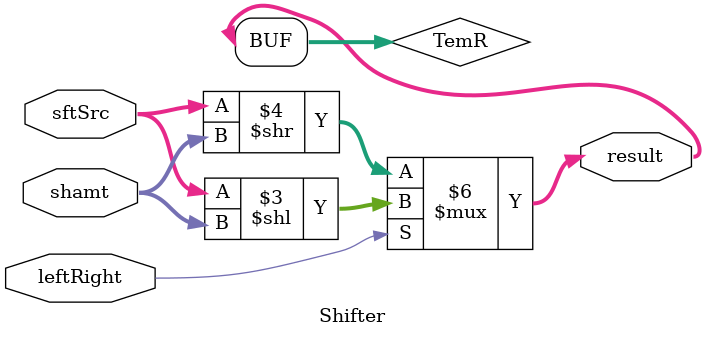
<source format=v>
module Shifter( result, leftRight, shamt, sftSrc  );
    
  output wire[31:0] result;

  input wire leftRight;
  input wire[4:0] shamt;
  input wire[31:0] sftSrc ;
  
  /*your code here*/ 
  reg[31:0] TemR;
  always@(*)
  begin
    if (leftRight == 1'b1)
	begin
	  /*for(idx=31; idx>=shamt; idx=idx-1)
	    result[idx] = sftSrc[idx-shamt];
	  for(idx=shamt-1; idx>=0; idx=idx-1)
	    result[idx] = 0*/
          TemR <= sftSrc << shamt;
	end
    else
      TemR <= sftSrc >> shamt;
  end
  assign result = TemR;
endmodule
</source>
